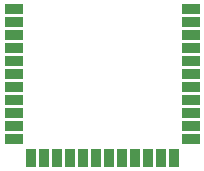
<source format=gbr>
%TF.GenerationSoftware,KiCad,Pcbnew,8.0.1*%
%TF.CreationDate,2024-04-24T16:47:31+07:00*%
%TF.ProjectId,holyiot-21043-nrf52810,686f6c79-696f-4742-9d32-313034332d6e,rev?*%
%TF.SameCoordinates,Original*%
%TF.FileFunction,Paste,Top*%
%TF.FilePolarity,Positive*%
%FSLAX46Y46*%
G04 Gerber Fmt 4.6, Leading zero omitted, Abs format (unit mm)*
G04 Created by KiCad (PCBNEW 8.0.1) date 2024-04-24 16:47:31*
%MOMM*%
%LPD*%
G01*
G04 APERTURE LIST*
%ADD10R,1.500000X0.850000*%
%ADD11R,0.850000X1.500000*%
G04 APERTURE END LIST*
D10*
%TO.C,U1*%
X150500010Y-99680000D03*
X150500010Y-100780000D03*
X150500010Y-101880000D03*
X150500010Y-102980000D03*
X150500010Y-104080000D03*
X150500010Y-105180000D03*
X150500010Y-106280000D03*
X150500010Y-107380000D03*
X150500010Y-108480000D03*
X150500010Y-109580000D03*
X150500010Y-110680000D03*
D11*
X149050010Y-112320000D03*
X147950010Y-112320000D03*
X146850010Y-112320000D03*
X145750010Y-112320000D03*
X144650010Y-112320000D03*
X143550010Y-112320000D03*
X142450000Y-112320000D03*
X141350000Y-112320000D03*
X140250010Y-112320000D03*
X139150010Y-112320000D03*
X138050010Y-112320000D03*
X136950000Y-112320000D03*
D10*
X135499990Y-110680000D03*
X135499990Y-109580000D03*
X135499990Y-108480000D03*
X135499990Y-107380000D03*
X135499990Y-106280000D03*
X135499990Y-105180000D03*
X135499990Y-104080000D03*
X135499990Y-102980000D03*
X135499990Y-101880000D03*
X135499990Y-100780000D03*
X135499990Y-99680000D03*
%TD*%
M02*

</source>
